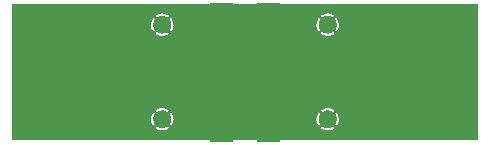
<source format=gbr>
G04 start of page 3 for group 5 idx 5 *
G04 Title: (unknown), bottom *
G04 Creator: pcb 20140316 *
G04 CreationDate: Wed 05 Dec 2018 13:28:39 GMT UTC *
G04 For: david *
G04 Format: Gerber/RS-274X *
G04 PCB-Dimensions (mil): 5803.15 7874.02 *
G04 PCB-Coordinate-Origin: lower left *
%MOIN*%
%FSLAX25Y25*%
%LNBOTTOM*%
%ADD18C,0.0197*%
%ADD17C,0.0591*%
%ADD16R,0.0787X0.0787*%
%ADD15C,0.0001*%
G54D15*G36*
X148769Y786417D02*X195866D01*
Y741142D01*
X148769D01*
Y745975D01*
X148778Y745982D01*
X148822Y746025D01*
X148858Y746076D01*
X149027Y746375D01*
X149164Y746689D01*
X149273Y747015D01*
X149351Y747349D01*
X149398Y747689D01*
X149413Y748031D01*
X149398Y748374D01*
X149351Y748714D01*
X149273Y749048D01*
X149164Y749374D01*
X149027Y749688D01*
X148861Y749989D01*
X148825Y750040D01*
X148780Y750084D01*
X148769Y750092D01*
Y777471D01*
X148778Y777478D01*
X148822Y777522D01*
X148858Y777572D01*
X149027Y777871D01*
X149164Y778185D01*
X149273Y778511D01*
X149351Y778845D01*
X149398Y779185D01*
X149413Y779528D01*
X149398Y779870D01*
X149351Y780210D01*
X149273Y780544D01*
X149164Y780870D01*
X149027Y781184D01*
X148861Y781485D01*
X148825Y781536D01*
X148780Y781580D01*
X148769Y781588D01*
Y786417D01*
G37*
G36*
X145671D02*X148769D01*
Y781588D01*
X148730Y781616D01*
X148674Y781645D01*
X148615Y781664D01*
X148553Y781674D01*
X148491Y781674D01*
X148429Y781664D01*
X148370Y781645D01*
X148314Y781616D01*
X148263Y781580D01*
X148219Y781535D01*
X148183Y781485D01*
X148154Y781429D01*
X148135Y781370D01*
X148125Y781308D01*
X148125Y781246D01*
X148135Y781184D01*
X148154Y781125D01*
X148184Y781070D01*
X148317Y780834D01*
X148426Y780586D01*
X148511Y780330D01*
X148573Y780066D01*
X148610Y779798D01*
X148622Y779528D01*
X148610Y779257D01*
X148573Y778989D01*
X148511Y778726D01*
X148426Y778469D01*
X148317Y778221D01*
X148186Y777984D01*
X148157Y777929D01*
X148138Y777870D01*
X148128Y777809D01*
X148128Y777747D01*
X148138Y777686D01*
X148157Y777627D01*
X148185Y777572D01*
X148222Y777522D01*
X148265Y777478D01*
X148316Y777441D01*
X148371Y777413D01*
X148430Y777394D01*
X148491Y777384D01*
X148553Y777384D01*
X148614Y777394D01*
X148673Y777413D01*
X148728Y777441D01*
X148769Y777471D01*
Y750092D01*
X148730Y750120D01*
X148674Y750149D01*
X148615Y750168D01*
X148553Y750178D01*
X148491Y750178D01*
X148429Y750168D01*
X148370Y750149D01*
X148314Y750120D01*
X148263Y750084D01*
X148219Y750039D01*
X148183Y749989D01*
X148154Y749933D01*
X148135Y749874D01*
X148125Y749812D01*
X148125Y749750D01*
X148135Y749688D01*
X148154Y749629D01*
X148184Y749574D01*
X148317Y749338D01*
X148426Y749090D01*
X148511Y748833D01*
X148573Y748570D01*
X148610Y748302D01*
X148622Y748031D01*
X148610Y747761D01*
X148573Y747493D01*
X148511Y747230D01*
X148426Y746973D01*
X148317Y746725D01*
X148186Y746488D01*
X148157Y746433D01*
X148138Y746374D01*
X148128Y746313D01*
X148128Y746251D01*
X148138Y746190D01*
X148157Y746131D01*
X148185Y746076D01*
X148222Y746026D01*
X148265Y745982D01*
X148316Y745945D01*
X148371Y745917D01*
X148430Y745898D01*
X148491Y745888D01*
X148553Y745888D01*
X148614Y745898D01*
X148673Y745917D01*
X148728Y745945D01*
X148769Y745975D01*
Y741142D01*
X145671D01*
Y744287D01*
X146012Y744303D01*
X146352Y744350D01*
X146686Y744428D01*
X147012Y744536D01*
X147326Y744674D01*
X147627Y744840D01*
X147677Y744876D01*
X147721Y744920D01*
X147758Y744971D01*
X147787Y745027D01*
X147806Y745086D01*
X147816Y745148D01*
X147816Y745210D01*
X147806Y745272D01*
X147786Y745331D01*
X147758Y745387D01*
X147721Y745437D01*
X147677Y745481D01*
X147627Y745518D01*
X147571Y745547D01*
X147512Y745566D01*
X147450Y745576D01*
X147387Y745576D01*
X147326Y745566D01*
X147266Y745546D01*
X147211Y745517D01*
X146976Y745384D01*
X146728Y745275D01*
X146471Y745190D01*
X146208Y745128D01*
X145940Y745091D01*
X145671Y745079D01*
Y750984D01*
X145940Y750972D01*
X146208Y750935D01*
X146471Y750873D01*
X146728Y750788D01*
X146976Y750679D01*
X147213Y750549D01*
X147267Y750519D01*
X147326Y750500D01*
X147388Y750491D01*
X147450Y750491D01*
X147511Y750500D01*
X147570Y750519D01*
X147625Y750547D01*
X147675Y750584D01*
X147719Y750628D01*
X147755Y750678D01*
X147784Y750733D01*
X147803Y750792D01*
X147812Y750853D01*
X147812Y750915D01*
X147803Y750976D01*
X147784Y751035D01*
X147756Y751090D01*
X147719Y751141D01*
X147675Y751184D01*
X147625Y751220D01*
X147326Y751389D01*
X147012Y751527D01*
X146686Y751635D01*
X146352Y751713D01*
X146012Y751760D01*
X145671Y751776D01*
Y775784D01*
X146012Y775799D01*
X146352Y775846D01*
X146686Y775924D01*
X147012Y776032D01*
X147326Y776170D01*
X147627Y776336D01*
X147677Y776372D01*
X147721Y776416D01*
X147758Y776467D01*
X147787Y776523D01*
X147806Y776582D01*
X147816Y776644D01*
X147816Y776706D01*
X147806Y776768D01*
X147786Y776827D01*
X147758Y776883D01*
X147721Y776933D01*
X147677Y776978D01*
X147627Y777014D01*
X147571Y777043D01*
X147512Y777062D01*
X147450Y777072D01*
X147387Y777072D01*
X147326Y777062D01*
X147266Y777042D01*
X147211Y777013D01*
X146976Y776880D01*
X146728Y776771D01*
X146471Y776686D01*
X146208Y776624D01*
X145940Y776587D01*
X145671Y776575D01*
Y782480D01*
X145940Y782468D01*
X146208Y782431D01*
X146471Y782369D01*
X146728Y782284D01*
X146976Y782175D01*
X147213Y782045D01*
X147267Y782016D01*
X147326Y781996D01*
X147388Y781987D01*
X147450Y781987D01*
X147511Y781996D01*
X147570Y782015D01*
X147625Y782044D01*
X147675Y782080D01*
X147719Y782124D01*
X147755Y782174D01*
X147784Y782229D01*
X147803Y782288D01*
X147812Y782349D01*
X147812Y782411D01*
X147803Y782472D01*
X147784Y782531D01*
X147756Y782587D01*
X147719Y782637D01*
X147675Y782681D01*
X147625Y782716D01*
X147326Y782885D01*
X147012Y783023D01*
X146686Y783131D01*
X146352Y783209D01*
X146012Y783256D01*
X145671Y783272D01*
Y786417D01*
G37*
G36*
X142569D02*X145671D01*
Y783272D01*
X145669Y783272D01*
X145326Y783256D01*
X144987Y783209D01*
X144652Y783131D01*
X144327Y783023D01*
X144012Y782885D01*
X143712Y782719D01*
X143661Y782683D01*
X143617Y782639D01*
X143580Y782588D01*
X143552Y782533D01*
X143533Y782473D01*
X143523Y782411D01*
X143523Y782349D01*
X143533Y782287D01*
X143552Y782228D01*
X143581Y782172D01*
X143617Y782122D01*
X143661Y782078D01*
X143712Y782041D01*
X143768Y782013D01*
X143827Y781993D01*
X143889Y781984D01*
X143951Y781984D01*
X144013Y781993D01*
X144072Y782013D01*
X144127Y782042D01*
X144363Y782175D01*
X144611Y782284D01*
X144867Y782369D01*
X145131Y782431D01*
X145399Y782468D01*
X145669Y782480D01*
X145671Y782480D01*
Y776575D01*
X145669Y776575D01*
X145399Y776587D01*
X145131Y776624D01*
X144867Y776686D01*
X144611Y776771D01*
X144363Y776880D01*
X144126Y777010D01*
X144071Y777040D01*
X144012Y777059D01*
X143951Y777068D01*
X143889Y777069D01*
X143828Y777059D01*
X143769Y777040D01*
X143714Y777012D01*
X143663Y776975D01*
X143620Y776931D01*
X143583Y776881D01*
X143555Y776826D01*
X143536Y776767D01*
X143526Y776706D01*
X143526Y776644D01*
X143536Y776583D01*
X143555Y776524D01*
X143583Y776469D01*
X143619Y776418D01*
X143663Y776375D01*
X143714Y776339D01*
X144012Y776170D01*
X144327Y776032D01*
X144652Y775924D01*
X144987Y775846D01*
X145326Y775799D01*
X145669Y775783D01*
X145671Y775784D01*
Y751776D01*
X145669Y751776D01*
X145326Y751760D01*
X144987Y751713D01*
X144652Y751635D01*
X144327Y751527D01*
X144012Y751389D01*
X143712Y751223D01*
X143661Y751187D01*
X143617Y751143D01*
X143580Y751092D01*
X143552Y751036D01*
X143533Y750977D01*
X143523Y750915D01*
X143523Y750853D01*
X143533Y750791D01*
X143552Y750732D01*
X143581Y750676D01*
X143617Y750626D01*
X143661Y750582D01*
X143712Y750545D01*
X143768Y750516D01*
X143827Y750497D01*
X143889Y750487D01*
X143951Y750487D01*
X144013Y750497D01*
X144072Y750517D01*
X144127Y750546D01*
X144363Y750679D01*
X144611Y750788D01*
X144867Y750873D01*
X145131Y750935D01*
X145399Y750972D01*
X145669Y750984D01*
X145671Y750984D01*
Y745079D01*
X145669Y745079D01*
X145399Y745091D01*
X145131Y745128D01*
X144867Y745190D01*
X144611Y745275D01*
X144363Y745384D01*
X144126Y745514D01*
X144071Y745544D01*
X144012Y745563D01*
X143951Y745572D01*
X143889Y745572D01*
X143828Y745563D01*
X143769Y745544D01*
X143714Y745516D01*
X143663Y745479D01*
X143620Y745435D01*
X143583Y745385D01*
X143555Y745330D01*
X143536Y745271D01*
X143526Y745210D01*
X143526Y745148D01*
X143536Y745087D01*
X143555Y745028D01*
X143583Y744973D01*
X143619Y744922D01*
X143663Y744879D01*
X143714Y744843D01*
X144012Y744674D01*
X144327Y744536D01*
X144652Y744428D01*
X144987Y744350D01*
X145326Y744303D01*
X145669Y744287D01*
X145671Y744287D01*
Y741142D01*
X142569D01*
Y745971D01*
X142609Y745943D01*
X142664Y745914D01*
X142724Y745895D01*
X142785Y745885D01*
X142848Y745885D01*
X142910Y745895D01*
X142969Y745914D01*
X143025Y745943D01*
X143075Y745979D01*
X143119Y746024D01*
X143156Y746074D01*
X143184Y746130D01*
X143204Y746189D01*
X143213Y746251D01*
X143213Y746313D01*
X143204Y746375D01*
X143184Y746434D01*
X143155Y746489D01*
X143021Y746725D01*
X142913Y746973D01*
X142828Y747230D01*
X142766Y747493D01*
X142729Y747761D01*
X142717Y748032D01*
X142729Y748302D01*
X142766Y748570D01*
X142828Y748833D01*
X142913Y749090D01*
X143021Y749338D01*
X143152Y749575D01*
X143181Y749630D01*
X143201Y749689D01*
X143210Y749750D01*
X143210Y749812D01*
X143201Y749873D01*
X143181Y749932D01*
X143153Y749987D01*
X143117Y750037D01*
X143073Y750081D01*
X143023Y750118D01*
X142968Y750146D01*
X142909Y750165D01*
X142848Y750175D01*
X142786Y750175D01*
X142724Y750165D01*
X142666Y750146D01*
X142610Y750118D01*
X142569Y750088D01*
Y777467D01*
X142609Y777439D01*
X142664Y777410D01*
X142724Y777391D01*
X142785Y777381D01*
X142848Y777381D01*
X142910Y777391D01*
X142969Y777410D01*
X143025Y777439D01*
X143075Y777476D01*
X143119Y777520D01*
X143156Y777570D01*
X143184Y777626D01*
X143204Y777685D01*
X143213Y777747D01*
X143213Y777809D01*
X143204Y777871D01*
X143184Y777931D01*
X143155Y777986D01*
X143021Y778221D01*
X142913Y778469D01*
X142828Y778726D01*
X142766Y778989D01*
X142729Y779257D01*
X142717Y779528D01*
X142729Y779798D01*
X142766Y780066D01*
X142828Y780330D01*
X142913Y780586D01*
X143021Y780834D01*
X143152Y781071D01*
X143181Y781126D01*
X143201Y781185D01*
X143210Y781246D01*
X143210Y781308D01*
X143201Y781369D01*
X143181Y781428D01*
X143153Y781483D01*
X143117Y781533D01*
X143073Y781577D01*
X143023Y781614D01*
X142968Y781642D01*
X142909Y781661D01*
X142848Y781671D01*
X142786Y781671D01*
X142724Y781661D01*
X142666Y781642D01*
X142610Y781614D01*
X142569Y781584D01*
Y786417D01*
G37*
G36*
X93651D02*X142569D01*
Y781584D01*
X142560Y781577D01*
X142516Y781534D01*
X142481Y781483D01*
X142312Y781184D01*
X142174Y780870D01*
X142066Y780544D01*
X141988Y780210D01*
X141941Y779870D01*
X141925Y779528D01*
X141941Y779185D01*
X141988Y778845D01*
X142066Y778511D01*
X142174Y778185D01*
X142312Y777871D01*
X142478Y777570D01*
X142514Y777520D01*
X142558Y777475D01*
X142569Y777467D01*
Y750088D01*
X142560Y750081D01*
X142516Y750038D01*
X142481Y749987D01*
X142312Y749688D01*
X142174Y749374D01*
X142066Y749048D01*
X141988Y748714D01*
X141941Y748374D01*
X141925Y748031D01*
X141941Y747689D01*
X141988Y747349D01*
X142066Y747015D01*
X142174Y746689D01*
X142312Y746375D01*
X142478Y746074D01*
X142514Y746023D01*
X142558Y745979D01*
X142569Y745971D01*
Y741142D01*
X93651D01*
Y745975D01*
X93660Y745982D01*
X93704Y746025D01*
X93740Y746076D01*
X93909Y746375D01*
X94046Y746689D01*
X94155Y747015D01*
X94232Y747349D01*
X94280Y747689D01*
X94295Y748031D01*
X94280Y748374D01*
X94232Y748714D01*
X94155Y749048D01*
X94046Y749374D01*
X93909Y749688D01*
X93743Y749989D01*
X93707Y750040D01*
X93662Y750084D01*
X93651Y750092D01*
Y777471D01*
X93660Y777478D01*
X93704Y777522D01*
X93740Y777572D01*
X93909Y777871D01*
X94046Y778185D01*
X94155Y778511D01*
X94232Y778845D01*
X94280Y779185D01*
X94295Y779528D01*
X94280Y779870D01*
X94232Y780210D01*
X94155Y780544D01*
X94046Y780870D01*
X93909Y781184D01*
X93743Y781485D01*
X93707Y781536D01*
X93662Y781580D01*
X93651Y781588D01*
Y786417D01*
G37*
G36*
X90553D02*X93651D01*
Y781588D01*
X93612Y781616D01*
X93556Y781645D01*
X93497Y781664D01*
X93435Y781674D01*
X93373Y781674D01*
X93311Y781664D01*
X93251Y781645D01*
X93196Y781616D01*
X93145Y781580D01*
X93101Y781535D01*
X93064Y781485D01*
X93036Y781429D01*
X93017Y781370D01*
X93007Y781308D01*
X93007Y781246D01*
X93017Y781184D01*
X93036Y781125D01*
X93066Y781070D01*
X93199Y780834D01*
X93308Y780586D01*
X93393Y780330D01*
X93454Y780066D01*
X93492Y779798D01*
X93504Y779528D01*
X93492Y779257D01*
X93454Y778989D01*
X93393Y778726D01*
X93308Y778469D01*
X93199Y778221D01*
X93068Y777984D01*
X93039Y777929D01*
X93020Y777870D01*
X93010Y777809D01*
X93010Y777747D01*
X93020Y777686D01*
X93039Y777627D01*
X93067Y777572D01*
X93104Y777522D01*
X93147Y777478D01*
X93197Y777441D01*
X93253Y777413D01*
X93312Y777394D01*
X93373Y777384D01*
X93435Y777384D01*
X93496Y777394D01*
X93555Y777413D01*
X93610Y777441D01*
X93651Y777471D01*
Y750092D01*
X93612Y750120D01*
X93556Y750149D01*
X93497Y750168D01*
X93435Y750178D01*
X93373Y750178D01*
X93311Y750168D01*
X93251Y750149D01*
X93196Y750120D01*
X93145Y750084D01*
X93101Y750039D01*
X93064Y749989D01*
X93036Y749933D01*
X93017Y749874D01*
X93007Y749812D01*
X93007Y749750D01*
X93017Y749688D01*
X93036Y749629D01*
X93066Y749574D01*
X93199Y749338D01*
X93308Y749090D01*
X93393Y748833D01*
X93454Y748570D01*
X93492Y748302D01*
X93504Y748031D01*
X93492Y747761D01*
X93454Y747493D01*
X93393Y747230D01*
X93308Y746973D01*
X93199Y746725D01*
X93068Y746488D01*
X93039Y746433D01*
X93020Y746374D01*
X93010Y746313D01*
X93010Y746251D01*
X93020Y746190D01*
X93039Y746131D01*
X93067Y746076D01*
X93104Y746026D01*
X93147Y745982D01*
X93197Y745945D01*
X93253Y745917D01*
X93312Y745898D01*
X93373Y745888D01*
X93435Y745888D01*
X93496Y745898D01*
X93555Y745917D01*
X93610Y745945D01*
X93651Y745975D01*
Y741142D01*
X90553D01*
Y744287D01*
X90894Y744303D01*
X91234Y744350D01*
X91568Y744428D01*
X91894Y744536D01*
X92208Y744674D01*
X92508Y744840D01*
X92559Y744876D01*
X92603Y744920D01*
X92640Y744971D01*
X92668Y745027D01*
X92688Y745086D01*
X92697Y745148D01*
X92697Y745210D01*
X92688Y745272D01*
X92668Y745331D01*
X92640Y745387D01*
X92603Y745437D01*
X92559Y745481D01*
X92508Y745518D01*
X92453Y745547D01*
X92393Y745566D01*
X92332Y745576D01*
X92269Y745576D01*
X92208Y745566D01*
X92148Y745546D01*
X92093Y745517D01*
X91858Y745384D01*
X91610Y745275D01*
X91353Y745190D01*
X91090Y745128D01*
X90822Y745091D01*
X90553Y745079D01*
Y750984D01*
X90822Y750972D01*
X91090Y750935D01*
X91353Y750873D01*
X91610Y750788D01*
X91858Y750679D01*
X92095Y750549D01*
X92149Y750519D01*
X92208Y750500D01*
X92270Y750491D01*
X92331Y750491D01*
X92393Y750500D01*
X92452Y750519D01*
X92507Y750547D01*
X92557Y750584D01*
X92601Y750628D01*
X92637Y750678D01*
X92665Y750733D01*
X92685Y750792D01*
X92694Y750853D01*
X92694Y750915D01*
X92685Y750976D01*
X92666Y751035D01*
X92637Y751090D01*
X92601Y751141D01*
X92557Y751184D01*
X92506Y751220D01*
X92208Y751389D01*
X91894Y751527D01*
X91568Y751635D01*
X91234Y751713D01*
X90894Y751760D01*
X90553Y751776D01*
Y775784D01*
X90894Y775799D01*
X91234Y775846D01*
X91568Y775924D01*
X91894Y776032D01*
X92208Y776170D01*
X92508Y776336D01*
X92559Y776372D01*
X92603Y776416D01*
X92640Y776467D01*
X92668Y776523D01*
X92688Y776582D01*
X92697Y776644D01*
X92697Y776706D01*
X92688Y776768D01*
X92668Y776827D01*
X92640Y776883D01*
X92603Y776933D01*
X92559Y776978D01*
X92508Y777014D01*
X92453Y777043D01*
X92393Y777062D01*
X92332Y777072D01*
X92269Y777072D01*
X92208Y777062D01*
X92148Y777042D01*
X92093Y777013D01*
X91858Y776880D01*
X91610Y776771D01*
X91353Y776686D01*
X91090Y776624D01*
X90822Y776587D01*
X90553Y776575D01*
Y782480D01*
X90822Y782468D01*
X91090Y782431D01*
X91353Y782369D01*
X91610Y782284D01*
X91858Y782175D01*
X92095Y782045D01*
X92149Y782016D01*
X92208Y781996D01*
X92270Y781987D01*
X92331Y781987D01*
X92393Y781996D01*
X92452Y782015D01*
X92507Y782044D01*
X92557Y782080D01*
X92601Y782124D01*
X92637Y782174D01*
X92665Y782229D01*
X92685Y782288D01*
X92694Y782349D01*
X92694Y782411D01*
X92685Y782472D01*
X92666Y782531D01*
X92637Y782587D01*
X92601Y782637D01*
X92557Y782681D01*
X92506Y782716D01*
X92208Y782885D01*
X91894Y783023D01*
X91568Y783131D01*
X91234Y783209D01*
X90894Y783256D01*
X90553Y783272D01*
Y786417D01*
G37*
G36*
X87451D02*X90553D01*
Y783272D01*
X90551Y783272D01*
X90208Y783256D01*
X89868Y783209D01*
X89534Y783131D01*
X89209Y783023D01*
X88894Y782885D01*
X88594Y782719D01*
X88543Y782683D01*
X88499Y782639D01*
X88462Y782588D01*
X88434Y782533D01*
X88415Y782473D01*
X88405Y782411D01*
X88405Y782349D01*
X88415Y782287D01*
X88434Y782228D01*
X88462Y782172D01*
X88499Y782122D01*
X88543Y782078D01*
X88594Y782041D01*
X88650Y782013D01*
X88709Y781993D01*
X88771Y781984D01*
X88833Y781984D01*
X88895Y781993D01*
X88954Y782013D01*
X89009Y782042D01*
X89244Y782175D01*
X89492Y782284D01*
X89749Y782369D01*
X90013Y782431D01*
X90281Y782468D01*
X90551Y782480D01*
X90553Y782480D01*
Y776575D01*
X90551Y776575D01*
X90281Y776587D01*
X90013Y776624D01*
X89749Y776686D01*
X89492Y776771D01*
X89244Y776880D01*
X89008Y777010D01*
X88953Y777040D01*
X88894Y777059D01*
X88833Y777068D01*
X88771Y777069D01*
X88710Y777059D01*
X88651Y777040D01*
X88596Y777012D01*
X88545Y776975D01*
X88502Y776931D01*
X88465Y776881D01*
X88437Y776826D01*
X88418Y776767D01*
X88408Y776706D01*
X88408Y776644D01*
X88418Y776583D01*
X88437Y776524D01*
X88465Y776469D01*
X88501Y776418D01*
X88545Y776375D01*
X88596Y776339D01*
X88894Y776170D01*
X89209Y776032D01*
X89534Y775924D01*
X89868Y775846D01*
X90208Y775799D01*
X90551Y775783D01*
X90553Y775784D01*
Y751776D01*
X90551Y751776D01*
X90208Y751760D01*
X89868Y751713D01*
X89534Y751635D01*
X89209Y751527D01*
X88894Y751389D01*
X88594Y751223D01*
X88543Y751187D01*
X88499Y751143D01*
X88462Y751092D01*
X88434Y751036D01*
X88415Y750977D01*
X88405Y750915D01*
X88405Y750853D01*
X88415Y750791D01*
X88434Y750732D01*
X88462Y750676D01*
X88499Y750626D01*
X88543Y750582D01*
X88594Y750545D01*
X88650Y750516D01*
X88709Y750497D01*
X88771Y750487D01*
X88833Y750487D01*
X88895Y750497D01*
X88954Y750517D01*
X89009Y750546D01*
X89244Y750679D01*
X89492Y750788D01*
X89749Y750873D01*
X90013Y750935D01*
X90281Y750972D01*
X90551Y750984D01*
X90553Y750984D01*
Y745079D01*
X90551Y745079D01*
X90281Y745091D01*
X90013Y745128D01*
X89749Y745190D01*
X89492Y745275D01*
X89244Y745384D01*
X89008Y745514D01*
X88953Y745544D01*
X88894Y745563D01*
X88833Y745572D01*
X88771Y745572D01*
X88710Y745563D01*
X88651Y745544D01*
X88596Y745516D01*
X88545Y745479D01*
X88502Y745435D01*
X88465Y745385D01*
X88437Y745330D01*
X88418Y745271D01*
X88408Y745210D01*
X88408Y745148D01*
X88418Y745087D01*
X88437Y745028D01*
X88465Y744973D01*
X88501Y744922D01*
X88545Y744879D01*
X88596Y744843D01*
X88894Y744674D01*
X89209Y744536D01*
X89534Y744428D01*
X89868Y744350D01*
X90208Y744303D01*
X90551Y744287D01*
X90553Y744287D01*
Y741142D01*
X87451D01*
Y745971D01*
X87491Y745943D01*
X87546Y745914D01*
X87606Y745895D01*
X87667Y745885D01*
X87730Y745885D01*
X87791Y745895D01*
X87851Y745914D01*
X87907Y745943D01*
X87957Y745979D01*
X88001Y746024D01*
X88038Y746074D01*
X88066Y746130D01*
X88085Y746189D01*
X88095Y746251D01*
X88095Y746313D01*
X88085Y746375D01*
X88066Y746434D01*
X88037Y746489D01*
X87903Y746725D01*
X87795Y746973D01*
X87709Y747230D01*
X87648Y747493D01*
X87611Y747761D01*
X87598Y748032D01*
X87611Y748302D01*
X87648Y748570D01*
X87709Y748833D01*
X87795Y749090D01*
X87903Y749338D01*
X88034Y749575D01*
X88063Y749630D01*
X88082Y749689D01*
X88092Y749750D01*
X88092Y749812D01*
X88082Y749873D01*
X88063Y749932D01*
X88035Y749987D01*
X87999Y750037D01*
X87955Y750081D01*
X87905Y750118D01*
X87850Y750146D01*
X87791Y750165D01*
X87730Y750175D01*
X87668Y750175D01*
X87606Y750165D01*
X87547Y750146D01*
X87492Y750118D01*
X87451Y750088D01*
Y777467D01*
X87491Y777439D01*
X87546Y777410D01*
X87606Y777391D01*
X87667Y777381D01*
X87730Y777381D01*
X87791Y777391D01*
X87851Y777410D01*
X87907Y777439D01*
X87957Y777476D01*
X88001Y777520D01*
X88038Y777570D01*
X88066Y777626D01*
X88085Y777685D01*
X88095Y777747D01*
X88095Y777809D01*
X88085Y777871D01*
X88066Y777931D01*
X88037Y777986D01*
X87903Y778221D01*
X87795Y778469D01*
X87709Y778726D01*
X87648Y778989D01*
X87611Y779257D01*
X87598Y779528D01*
X87611Y779798D01*
X87648Y780066D01*
X87709Y780330D01*
X87795Y780586D01*
X87903Y780834D01*
X88034Y781071D01*
X88063Y781126D01*
X88082Y781185D01*
X88092Y781246D01*
X88092Y781308D01*
X88082Y781369D01*
X88063Y781428D01*
X88035Y781483D01*
X87999Y781533D01*
X87955Y781577D01*
X87905Y781614D01*
X87850Y781642D01*
X87791Y781661D01*
X87730Y781671D01*
X87668Y781671D01*
X87606Y781661D01*
X87547Y781642D01*
X87492Y781614D01*
X87451Y781584D01*
Y786417D01*
G37*
G36*
X40354D02*X87451D01*
Y781584D01*
X87442Y781577D01*
X87398Y781534D01*
X87363Y781483D01*
X87194Y781184D01*
X87056Y780870D01*
X86948Y780544D01*
X86870Y780210D01*
X86823Y779870D01*
X86807Y779528D01*
X86823Y779185D01*
X86870Y778845D01*
X86948Y778511D01*
X87056Y778185D01*
X87194Y777871D01*
X87359Y777570D01*
X87396Y777520D01*
X87440Y777475D01*
X87451Y777467D01*
Y750088D01*
X87442Y750081D01*
X87398Y750038D01*
X87363Y749987D01*
X87194Y749688D01*
X87056Y749374D01*
X86948Y749048D01*
X86870Y748714D01*
X86823Y748374D01*
X86807Y748031D01*
X86823Y747689D01*
X86870Y747349D01*
X86948Y747015D01*
X87056Y746689D01*
X87194Y746375D01*
X87359Y746074D01*
X87396Y746023D01*
X87440Y745979D01*
X87451Y745971D01*
Y741142D01*
X40354D01*
Y786417D01*
G37*
G54D16*X125984Y782677D02*Y770867D01*
X110236Y782677D02*Y770867D01*
Y756299D02*Y744489D01*
X125984Y756299D02*Y744489D01*
G54D17*X145669Y779528D03*
Y748031D03*
X90551D03*
Y779528D03*
G54D18*M02*

</source>
